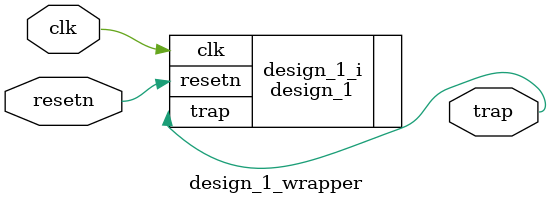
<source format=v>
`timescale 1 ps / 1 ps

module design_1_wrapper
   (clk,
    resetn,
    trap);
  input clk;
  input resetn;
  output trap;

  wire clk;
  wire resetn;
  wire trap;

  design_1 design_1_i
       (.clk(clk),
        .resetn(resetn),
        .trap(trap));
endmodule

</source>
